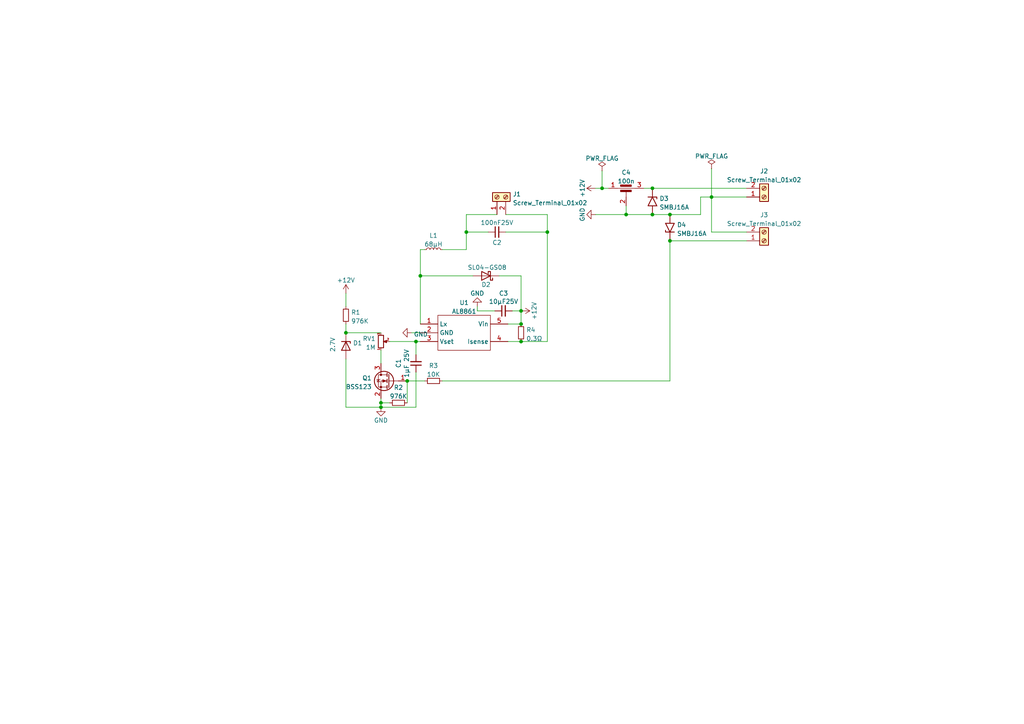
<source format=kicad_sch>
(kicad_sch (version 20211123) (generator eeschema)
  (paper "A4")
  (lib_symbols
    (symbol "Connector:Screw_Terminal_01x02" (pin_names (offset 1.016) hide)
      (property "Reference" "J" (at 0 2.54 0))
      (property "Value" "Screw_Terminal_01x02" (at 0 -5.08 0))
      (symbol "Screw_Terminal_01x02_1_1"
        (rectangle (start -1.27 1.27) (end 1.27 -3.81) (stroke (width 0.254)) (fill (type background)))
        (circle (center 0 -2.54) (radius 0.635) (stroke (width 0.1524)))
        (polyline (pts (xy -0.5334 -2.2098) (xy 0.3302 -3.048)) (stroke (width 0.1524)))
        (polyline (pts (xy -0.5334 0.3302) (xy 0.3302 -0.508)) (stroke (width 0.1524)))
        (polyline (pts (xy -0.3556 -2.032) (xy 0.508 -2.8702)) (stroke (width 0.1524)))
        (polyline (pts (xy -0.3556 0.508) (xy 0.508 -0.3302)) (stroke (width 0.1524)))
        (circle (center 0 0) (radius 0.635) (stroke (width 0.1524)))
        (pin passive line (at -5.08 0 0) (length 3.81) (name "Pin_1") (number "1"))
        (pin passive line (at -5.08 -2.54 0) (length 3.81) (name "Pin_2") (number "2"))
      )
    )
    (symbol "Device:C_Small" (pin_numbers hide) (pin_names (offset 0.254) hide)
      (property "Reference" "C" (at 0.254 1.778 0))
      (property "Value" "C_Small" (at 0.254 -2.032 0))
      (symbol "C_Small_0_1"
        (polyline (pts (xy -1.524 -0.508) (xy 1.524 -0.508)) (stroke (width 0.3302)))
        (polyline (pts (xy -1.524 0.508) (xy 1.524 0.508)) (stroke (width 0.3048)))
      )
      (symbol "C_Small_1_1"
        (pin passive line (at 0 2.54 270) (length 2.032) (name "~") (number "1"))
        (pin passive line (at 0 -2.54 90) (length 2.032) (name "~") (number "2"))
      )
    )
    (symbol "Device:D_Schottky" (pin_numbers hide) (pin_names (offset 1.016) hide)
      (property "Reference" "D" (at 0 2.54 0))
      (property "Value" "D_Schottky" (at 0 -2.54 0))
      (symbol "D_Schottky_0_1"
        (polyline (pts (xy 1.27 0) (xy -1.27 0)))
        (polyline (pts (xy 1.27 1.27) (xy 1.27 -1.27) (xy -1.27 0) (xy 1.27 1.27)) (stroke (width 0.254)))
        (polyline (pts (xy -1.905 0.635) (xy -1.905 1.27) (xy -1.27 1.27) (xy -1.27 -1.27) (xy -0.635 -1.27) (xy -0.635 -0.635)) (stroke (width 0.254)))
      )
      (symbol "D_Schottky_1_1"
        (pin passive line (at -3.81 0 0) (length 2.54) (name "K") (number "1"))
        (pin passive line (at 3.81 0 180) (length 2.54) (name "A") (number "2"))
      )
    )
    (symbol "Device:D_Zener" (pin_numbers hide) (pin_names (offset 1.016) hide)
      (property "Reference" "D" (at 0 2.54 0))
      (property "Value" "D_Zener" (at 0 -2.54 0))
      (symbol "D_Zener_0_1"
        (polyline (pts (xy 1.27 0) (xy -1.27 0)))
        (polyline (pts (xy -1.27 -1.27) (xy -1.27 1.27) (xy -0.762 1.27)) (stroke (width 0.254)))
        (polyline (pts (xy 1.27 -1.27) (xy 1.27 1.27) (xy -1.27 0) (xy 1.27 -1.27)) (stroke (width 0.254)))
      )
      (symbol "D_Zener_1_1"
        (pin passive line (at -3.81 0 0) (length 2.54) (name "K") (number "1"))
        (pin passive line (at 3.81 0 180) (length 2.54) (name "A") (number "2"))
      )
    )
    (symbol "Device:Filter_EMI_C" (pin_names (offset 0.254) hide)
      (property "Reference" "C" (at 0 7.62 0))
      (property "Value" "Filter_EMI_C" (at 0 5.715 0))
      (symbol "Filter_EMI_C_0_1"
        (rectangle (start -1.651 1.524) (end 1.524 2.032) (fill (type outline)))
        (polyline (pts (xy -2.54 2.54) (xy 2.54 2.54)))
        (polyline (pts (xy 0 0) (xy 0 1.778)))
        (rectangle (start 1.524 3.048) (end -1.651 3.556) (fill (type outline)))
      )
      (symbol "Filter_EMI_C_1_1"
        (pin passive line (at -5.08 2.54 0) (length 2.54) (name "1") (number "1"))
        (pin passive line (at 0 -2.54 90) (length 2.54) (name "2") (number "2"))
        (pin passive line (at 5.08 2.54 180) (length 2.54) (name "3") (number "3"))
      )
    )
    (symbol "Device:L_Small" (pin_numbers hide) (pin_names (offset 0.254) hide)
      (property "Reference" "L" (at 0.762 1.016 0))
      (property "Value" "L_Small" (at 0.762 -1.016 0))
      (symbol "L_Small_0_1"
        (arc (start 0 -2.032) (mid 0.508 -1.524) (end 0 -1.016))
        (arc (start 0 -1.016) (mid 0.508 -0.508) (end 0 0))
        (arc (start 0 0) (mid 0.508 0.508) (end 0 1.016))
        (arc (start 0 1.016) (mid 0.508 1.524) (end 0 2.032))
      )
      (symbol "L_Small_1_1"
        (pin passive line (at 0 2.54 270) (length 0.508) (name "~") (number "1"))
        (pin passive line (at 0 -2.54 90) (length 0.508) (name "~") (number "2"))
      )
    )
    (symbol "Device:Q_NMOS_GSD" (pin_names (offset 0) hide)
      (property "Reference" "Q" (at 5.08 1.27 0))
      (property "Value" "Q_NMOS_GSD" (at 5.08 -1.27 0))
      (symbol "Q_NMOS_GSD_0_1"
        (polyline (pts (xy 0.254 0) (xy -2.54 0)))
        (polyline (pts (xy 0.254 1.905) (xy 0.254 -1.905)) (stroke (width 0.254)))
        (polyline (pts (xy 0.762 -1.27) (xy 0.762 -2.286)) (stroke (width 0.254)))
        (polyline (pts (xy 0.762 0.508) (xy 0.762 -0.508)) (stroke (width 0.254)))
        (polyline (pts (xy 0.762 2.286) (xy 0.762 1.27)) (stroke (width 0.254)))
        (polyline (pts (xy 2.54 2.54) (xy 2.54 1.778)))
        (polyline (pts (xy 2.54 -2.54) (xy 2.54 0) (xy 0.762 0)))
        (polyline (pts (xy 0.762 -1.778) (xy 3.302 -1.778) (xy 3.302 1.778) (xy 0.762 1.778)))
        (polyline (pts (xy 1.016 0) (xy 2.032 0.381) (xy 2.032 -0.381) (xy 1.016 0)) (fill (type outline)))
        (polyline (pts (xy 2.794 0.508) (xy 2.921 0.381) (xy 3.683 0.381) (xy 3.81 0.254)))
        (polyline (pts (xy 3.302 0.381) (xy 2.921 -0.254) (xy 3.683 -0.254) (xy 3.302 0.381)))
        (circle (center 1.651 0) (radius 2.794) (stroke (width 0.254)))
        (circle (center 2.54 -1.778) (radius 0.254) (fill (type outline)))
        (circle (center 2.54 1.778) (radius 0.254) (fill (type outline)))
      )
      (symbol "Q_NMOS_GSD_1_1"
        (pin input line (at -5.08 0 0) (length 2.54) (name "G") (number "1"))
        (pin passive line (at 2.54 -5.08 90) (length 2.54) (name "S") (number "2"))
        (pin passive line (at 2.54 5.08 270) (length 2.54) (name "D") (number "3"))
      )
    )
    (symbol "Device:R_Potentiometer_Small" (pin_names (offset 1.016) hide)
      (property "Reference" "RV" (at -4.445 0 90))
      (property "Value" "R_Potentiometer_Small" (at -2.54 0 90))
      (symbol "R_Potentiometer_Small_0_1"
        (polyline (pts (xy 0.889 0) (xy 0.635 0) (xy 1.651 0.381) (xy 1.651 -0.381) (xy 0.635 0) (xy 0.889 0)) (fill (type outline)))
        (rectangle (start 0.762 1.8034) (end -0.762 -1.8034) (stroke (width 0.254)))
      )
      (symbol "R_Potentiometer_Small_1_1"
        (pin passive line (at 0 2.54 270) (length 0.635) (name "1") (number "1"))
        (pin passive line (at 2.54 0 180) (length 0.9906) (name "2") (number "2"))
        (pin passive line (at 0 -2.54 90) (length 0.635) (name "3") (number "3"))
      )
    )
    (symbol "Device:R_Small" (pin_numbers hide) (pin_names (offset 0.254) hide)
      (property "Reference" "R" (at 0.762 0.508 0))
      (property "Value" "R_Small" (at 0.762 -1.016 0))
      (symbol "R_Small_0_1"
        (rectangle (start -0.762 1.778) (end 0.762 -1.778) (stroke (width 0.2032)))
      )
      (symbol "R_Small_1_1"
        (pin passive line (at 0 2.54 270) (length 0.762) (name "~") (number "1"))
        (pin passive line (at 0 -2.54 90) (length 0.762) (name "~") (number "2"))
      )
    )
    (symbol "Diode:1.5KExxA" (pin_numbers hide) (pin_names (offset 1.016) hide)
      (property "Reference" "D" (at 0 2.54 0))
      (property "Value" "1.5KExxA" (at 0 -2.54 0))
      (symbol "1.5KExxA_0_1"
        (polyline (pts (xy -0.762 1.27) (xy -1.27 1.27) (xy -1.27 -1.27)) (stroke (width 0.254)))
        (polyline (pts (xy 1.27 1.27) (xy 1.27 -1.27) (xy -1.27 0) (xy 1.27 1.27)) (stroke (width 0.254)))
      )
      (symbol "1.5KExxA_1_1"
        (pin passive line (at -3.81 0 0) (length 2.54) (name "A1") (number "1"))
        (pin passive line (at 3.81 0 180) (length 2.54) (name "A2") (number "2"))
      )
    )
    (symbol "power:+12V" (power) (pin_names (offset 0))
      (property "Value" "+12V" (at 0 3.556 0))
      (symbol "+12V_0_1"
        (polyline (pts (xy -0.762 1.27) (xy 0 2.54)))
        (polyline (pts (xy 0 0) (xy 0 2.54)))
        (polyline (pts (xy 0 2.54) (xy 0.762 1.27)))
      )
      (symbol "+12V_1_1"
        (pin power_in line (at 0 0 90) (length 0) hide (name "+12V") (number "1"))
      )
    )
    (symbol "power:GND" (power) (pin_names (offset 0))
      (property "Value" "GND" (at 0 -3.81 0))
      (symbol "GND_0_1"
        (polyline (pts (xy 0 0) (xy 0 -1.27) (xy 1.27 -1.27) (xy 0 -2.54) (xy -1.27 -1.27) (xy 0 -1.27)))
      )
      (symbol "GND_1_1"
        (pin power_in line (at 0 0 270) (length 0) hide (name "GND") (number "1"))
      )
    )
    (symbol "power:PWR_FLAG" (power) (pin_numbers hide) (pin_names (offset 0) hide)
      (property "Value" "PWR_FLAG" (at 0 3.81 0))
      (symbol "PWR_FLAG_0_0"
        (pin power_out line (at 0 0 90) (length 0) (name "pwr") (number "1"))
      )
      (symbol "PWR_FLAG_0_1"
        (polyline (pts (xy 0 0) (xy 0 1.27) (xy -1.016 1.905) (xy 0 2.54) (xy 1.016 1.905) (xy 0 1.27)))
      )
    )
    (symbol "regul-local:AL8861"
      (property "Reference" "U" (at 0 -6.35 0))
      (property "Value" "AL8861" (at 0 6.35 0))
      (symbol "AL8861_0_1"
        (rectangle (start -7.62 5.08) (end 7.62 -5.08) (stroke (width 0.1524)))
      )
      (symbol "AL8861_1_1"
        (pin input line (at -12.7 2.54 0) (length 5.08) (name "Lx") (number "1"))
        (pin power_in line (at -12.7 0 0) (length 5.08) (name "GND") (number "2"))
        (pin bidirectional line (at -12.7 -2.54 0) (length 5.08) (name "Vset") (number "3"))
        (pin bidirectional line (at 12.7 -2.54 180) (length 5.08) (name "Isense") (number "4"))
        (pin power_in line (at 12.7 2.54 180) (length 5.08) (name "Vin") (number "5"))
      )
    )
  )
  (junction (at 181.61 62.23))
  (junction (at 110.49 116.84))
  (junction (at 151.13 90.17))
  (junction (at 121.92 80.01))
  (junction (at 189.23 54.61))
  (junction (at 118.11 110.49))
  (junction (at 151.13 99.06))
  (junction (at 135.255 67.31))
  (junction (at 110.49 118.11))
  (junction (at 194.31 69.85))
  (junction (at 100.33 96.52))
  (junction (at 194.31 62.23))
  (junction (at 158.75 67.31))
  (junction (at 120.65 99.06))
  (junction (at 151.13 93.98))
  (junction (at 189.23 62.23))
  (junction (at 206.375 57.15))
  (junction (at 174.625 54.61))
  (wire (pts (xy 118.11 110.49) (xy 123.19 110.49)))
  (wire (pts (xy 203.2 62.23) (xy 203.2 57.15)))
  (wire (pts (xy 206.375 67.31) (xy 206.375 57.15)))
  (wire (pts (xy 158.75 99.06) (xy 151.13 99.06)))
  (wire (pts (xy 216.535 67.31) (xy 206.375 67.31)))
  (wire (pts (xy 121.92 80.01) (xy 137.16 80.01)))
  (wire (pts (xy 206.375 57.15) (xy 216.535 57.15)))
  (wire (pts (xy 110.49 116.84) (xy 110.49 118.11)))
  (wire (pts (xy 147.32 99.06) (xy 151.13 99.06)))
  (wire (pts (xy 135.255 67.31) (xy 135.255 72.39)))
  (wire (pts (xy 121.92 80.01) (xy 121.92 93.98)))
  (wire (pts (xy 194.31 69.85) (xy 216.535 69.85)))
  (wire (pts (xy 110.49 115.57) (xy 110.49 116.84)))
  (wire (pts (xy 143.51 90.17) (xy 138.43 90.17)))
  (wire (pts (xy 189.23 62.23) (xy 194.31 62.23)))
  (wire (pts (xy 158.75 62.23) (xy 158.75 67.31)))
  (wire (pts (xy 120.65 99.06) (xy 120.65 102.87)))
  (wire (pts (xy 135.255 62.23) (xy 135.255 67.31)))
  (wire (pts (xy 120.65 107.95) (xy 120.65 118.11)))
  (wire (pts (xy 141.605 67.31) (xy 135.255 67.31)))
  (wire (pts (xy 146.685 62.23) (xy 158.75 62.23)))
  (wire (pts (xy 174.625 54.61) (xy 176.53 54.61)))
  (wire (pts (xy 174.625 49.53) (xy 174.625 54.61)))
  (wire (pts (xy 119.38 96.52) (xy 121.92 96.52)))
  (wire (pts (xy 100.33 104.14) (xy 100.33 118.11)))
  (wire (pts (xy 147.32 93.98) (xy 151.13 93.98)))
  (wire (pts (xy 181.61 59.69) (xy 181.61 62.23)))
  (wire (pts (xy 110.49 118.11) (xy 120.65 118.11)))
  (wire (pts (xy 181.61 62.23) (xy 189.23 62.23)))
  (wire (pts (xy 146.685 67.31) (xy 158.75 67.31)))
  (wire (pts (xy 151.13 80.01) (xy 151.13 90.17)))
  (wire (pts (xy 100.33 85.09) (xy 100.33 88.9)))
  (wire (pts (xy 110.49 101.6) (xy 110.49 105.41)))
  (wire (pts (xy 148.59 90.17) (xy 151.13 90.17)))
  (wire (pts (xy 121.92 72.39) (xy 123.19 72.39)))
  (wire (pts (xy 172.72 62.23) (xy 181.61 62.23)))
  (wire (pts (xy 118.11 110.49) (xy 118.11 116.84)))
  (wire (pts (xy 110.49 116.84) (xy 113.03 116.84)))
  (wire (pts (xy 151.13 90.17) (xy 151.13 93.98)))
  (wire (pts (xy 194.31 62.23) (xy 203.2 62.23)))
  (wire (pts (xy 128.27 110.49) (xy 194.31 110.49)))
  (wire (pts (xy 203.2 57.15) (xy 206.375 57.15)))
  (wire (pts (xy 189.23 54.61) (xy 216.535 54.61)))
  (wire (pts (xy 151.13 80.01) (xy 144.78 80.01)))
  (wire (pts (xy 121.92 72.39) (xy 121.92 80.01)))
  (wire (pts (xy 172.72 54.61) (xy 174.625 54.61)))
  (wire (pts (xy 128.27 72.39) (xy 135.255 72.39)))
  (wire (pts (xy 113.03 99.06) (xy 120.65 99.06)))
  (wire (pts (xy 110.49 96.52) (xy 100.33 96.52)))
  (wire (pts (xy 158.75 67.31) (xy 158.75 99.06)))
  (wire (pts (xy 186.69 54.61) (xy 189.23 54.61)))
  (wire (pts (xy 138.43 90.17) (xy 138.43 88.9)))
  (wire (pts (xy 100.33 93.98) (xy 100.33 96.52)))
  (wire (pts (xy 206.375 48.895) (xy 206.375 57.15)))
  (wire (pts (xy 110.49 118.11) (xy 100.33 118.11)))
  (wire (pts (xy 120.65 99.06) (xy 121.92 99.06)))
  (wire (pts (xy 194.31 110.49) (xy 194.31 69.85)))
  (wire (pts (xy 135.255 62.23) (xy 144.145 62.23)))
  (symbol (lib_id "power:+12V") (at 100.33 85.09 0) (unit 1)
    (property "Reference" "#PWR01" (effects hide))
    (property "Value" "+12V" (at 100.33 81.28 0))
  )
  (symbol (lib_id "Device:R_Small") (at 151.13 96.52 180) (unit 1)
    (property "Reference" "R4" (at 152.6286 95.6853 0) (effects (justify right)))
    (property "Value" "0.3Ω" (at 152.6286 98.2222 0) (effects (justify right)))
    (property "Footprint" "Resistor_SMD:R_1206_3216Metric_Pad1.30x1.75mm_HandSolder" (effects hide))
    (property "P/N" "MFHA1206R3000FC (M)" (effects hide))
  )
  (symbol (lib_id "Device:C_Small") (at 146.05 90.17 90) (unit 1)
    (property "Reference" "C3" (at 146.05 85.09 90))
    (property "Value" "10µF25V" (at 146.0563 87.445 90))
    (property "Footprint" "Capacitor_SMD:C_1210_3225Metric_Pad1.33x2.70mm_HandSolder" (effects hide))
    (property "P/N" "GCM32ER71E106KA57L (stock)" (effects hide))
  )
  (symbol (lib_id "Connector:Screw_Terminal_01x02") (at 221.615 69.85 0) (mirror x) (unit 1)
    (property "Reference" "J3" (at 221.615 62.3402 0))
    (property "Value" "Screw_Terminal_01x02" (at 221.615 64.8771 0))
    (property "Footprint" "local:amphenol_TZ02" (effects hide))
    (property "P/N" "TZ022101B000G " (effects hide))
  )
  (symbol (lib_id "power:GND") (at 138.43 88.9 180) (unit 1)
    (property "Reference" "#PWR04" (effects hide))
    (property "Value" "GND" (at 138.43 85.09 0))
  )
  (symbol (lib_id "Device:R_Potentiometer_Small") (at 110.49 99.06 0) (mirror x) (unit 1)
    (property "Reference" "RV1" (at 108.9661 98.2253 0) (effects (justify right)))
    (property "Value" "1M" (at 108.9661 100.7622 0) (effects (justify right)))
    (property "Footprint" "Potentiometer_THT:Potentiometer_Piher_PT-10-V10_Vertical" (effects hide))
    (property "P/N" "pt10lv10-105a2020-s (F)" (effects hide))
  )
  (symbol (lib_id "Device:L_Small") (at 125.73 72.39 90) (unit 1)
    (property "Reference" "L1" (at 125.73 68.3092 90))
    (property "Value" "68µH" (at 125.73 70.8461 90))
    (property "Footprint" "Inductor_SMD:L_Taiyo-Yuden_NR-80xx_HandSoldering" (effects hide))
    (property "P/N" "NR8040T680M (M)" (effects hide))
  )
  (symbol (lib_id "Device:D_Zener") (at 100.33 100.33 270) (unit 1)
    (property "Reference" "D1" (at 102.362 99.4953 90) (effects (justify left)))
    (property "Value" "2.7V" (at 96.52 97.79 0) (effects (justify left)))
    (property "Footprint" "Diode_SMD:D_MiniMELF_Handsoldering" (effects hide))
    (property "P/N" " ZMM5223B (M)" (effects hide))
  )
  (symbol (lib_id "power:GND") (at 119.38 96.52 270) (unit 1)
    (property "Reference" "#PWR03" (effects hide))
    (property "Value" "GND" (at 120.015 96.9538 90) (effects (justify left)))
  )
  (symbol (lib_id "Device:C_Small") (at 120.65 105.41 180) (unit 1)
    (property "Reference" "C1" (at 115.57 105.41 90))
    (property "Value" "1µF 25V" (at 117.925 105.4037 90))
    (property "Footprint" "Capacitor_SMD:C_0805_2012Metric_Pad1.18x1.45mm_HandSolder" (effects hide))
    (property "P/N" "08053C105KAT9A (stock)" (effects hide))
  )
  (symbol (lib_id "power:PWR_FLAG") (at 206.375 48.895 0) (unit 1)
    (property "Reference" "#FLG02" (effects hide))
    (property "Value" "PWR_FLAG" (at 206.375 45.3192 0))
  )
  (symbol (lib_id "Device:R_Small") (at 100.33 91.44 0) (unit 1)
    (property "Reference" "R1" (at 101.8286 90.6053 0) (effects (justify left)))
    (property "Value" "976K" (at 101.8286 93.1422 0) (effects (justify left)))
    (property "Footprint" "Resistor_SMD:R_0603_1608Metric_Pad0.98x0.95mm_HandSolder" (effects hide))
    (property "P/N" "stock" (effects hide))
  )
  (symbol (lib_id "Device:C_Small") (at 144.145 67.31 90) (unit 1)
    (property "Reference" "C2" (at 144.145 70.358 90))
    (property "Value" "100nF25V" (at 144.1513 64.585 90))
    (property "Footprint" "Capacitor_SMD:C_0603_1608Metric_Pad1.08x0.95mm_HandSolder" (effects hide))
    (property "P/N" "GCM32ER71E106KA57L (stock)" (effects hide))
  )
  (symbol (lib_id "power:+12V") (at 172.72 54.61 90) (unit 1)
    (property "Reference" "#PWR06" (effects hide))
    (property "Value" "+12V" (at 168.91 54.61 0))
  )
  (symbol (lib_id "Diode:1.5KExxA") (at 189.23 58.42 270) (unit 1)
    (property "Reference" "D3" (at 191.262 57.5853 90) (effects (justify left)))
    (property "Value" "SMBJ16A" (at 191.262 60.1222 90) (effects (justify left)))
    (property "Footprint" "Diode_SMD:D_SMB_Handsoldering" (effects hide))
    (property "P/N" " SMBJ16Ae3/TR13 (M)" (effects hide))
  )
  (symbol (lib_id "Connector:Screw_Terminal_01x02") (at 221.615 57.15 0) (mirror x) (unit 1)
    (property "Reference" "J2" (at 221.615 49.6402 0))
    (property "Value" "Screw_Terminal_01x02" (at 221.615 52.1771 0))
    (property "Footprint" "local:amphenol_TZ02" (effects hide))
    (property "P/N" "TZ022101B000G " (effects hide))
  )
  (symbol (lib_id "Device:Q_NMOS_GSD") (at 113.03 110.49 0) (mirror y) (unit 1)
    (property "Reference" "Q1" (at 107.8231 109.6553 0) (effects (justify left)))
    (property "Value" "BSS123" (at 107.8231 112.1922 0) (effects (justify left)))
    (property "Footprint" "Package_TO_SOT_SMD:SOT-23" (effects hide))
    (property "P/N" "BSS123 (stock)" (effects hide))
  )
  (symbol (lib_id "regul-local:AL8861") (at 134.62 96.52 0) (unit 1)
    (property "Reference" "U1" (at 134.62 87.791 0))
    (property "Value" "AL8861" (at 134.62 90.3279 0))
    (property "Footprint" "Package_TO_SOT_SMD:TSOT-23-5_HandSoldering" (effects hide))
    (property "P/N" "AL8861WT-7 (M)" (effects hide))
  )
  (symbol (lib_id "Diode:1.5KExxA") (at 194.31 66.04 90) (unit 1)
    (property "Reference" "D4" (at 196.342 65.2053 90) (effects (justify right)))
    (property "Value" "SMBJ16A" (at 196.342 67.7422 90) (effects (justify right)))
    (property "Footprint" "Diode_SMD:D_SMB_Handsoldering" (effects hide))
    (property "P/N" " SMBJ16Ae3/TR13 (M)" (effects hide))
  )
  (symbol (lib_id "Connector:Screw_Terminal_01x02") (at 144.145 57.15 90) (unit 1)
    (property "Reference" "J1" (at 148.717 56.3153 90) (effects (justify right)))
    (property "Value" "Screw_Terminal_01x02" (at 148.717 58.8522 90) (effects (justify right)))
    (property "Footprint" "local:amphenol_TZ02" (effects hide))
    (property "P/N" "TZ022101B000G " (effects hide))
  )
  (symbol (lib_id "Device:R_Small") (at 115.57 116.84 270) (unit 1)
    (property "Reference" "R2" (at 115.57 112.4036 90))
    (property "Value" "976K" (at 115.57 114.9405 90))
    (property "Footprint" "Resistor_SMD:R_0603_1608Metric_Pad0.98x0.95mm_HandSolder" (effects hide))
    (property "P/N" "stock" (effects hide))
  )
  (symbol (lib_id "power:GND") (at 172.72 62.23 270) (unit 1)
    (property "Reference" "#PWR07" (effects hide))
    (property "Value" "GND" (at 168.91 62.23 0))
  )
  (symbol (lib_id "Device:D_Schottky") (at 140.97 80.01 180) (unit 1)
    (property "Reference" "D2" (at 140.97 82.55 0))
    (property "Value" "SL04-GS08" (at 141.2875 77.5771 0))
    (property "Footprint" "Diode_SMD:D_SMF" (effects hide))
    (property "P/N" "SL04-GS08 (stock)" (effects hide))
  )
  (symbol (lib_id "Device:R_Small") (at 125.73 110.49 270) (unit 1)
    (property "Reference" "R3" (at 125.73 106.0536 90))
    (property "Value" "10K" (at 125.73 108.5905 90))
    (property "Footprint" "Resistor_SMD:R_0805_2012Metric_Pad1.20x1.40mm_HandSolder" (effects hide))
    (property "P/N" "stock" (effects hide))
  )
  (symbol (lib_id "power:PWR_FLAG") (at 174.625 49.53 0) (unit 1)
    (property "Reference" "#FLG01" (effects hide))
    (property "Value" "PWR_FLAG" (at 174.625 45.9542 0))
  )
  (symbol (lib_id "Device:Filter_EMI_C") (at 181.61 57.15 0) (unit 1)
    (property "Reference" "C4" (at 181.61 50.0212 0))
    (property "Value" "100n" (at 181.61 52.5581 0))
    (property "Footprint" "local:C_filter_0805" (effects hide))
    (property "P/N" "NFM21PC104R1E3D (M)" (effects hide))
  )
  (symbol (lib_id "power:+12V") (at 151.13 90.17 270) (unit 1)
    (property "Reference" "#PWR05" (effects hide))
    (property "Value" "+12V" (at 154.94 90.17 0))
  )
  (symbol (lib_id "power:GND") (at 110.49 118.11 0) (unit 1)
    (property "Reference" "#PWR02" (effects hide))
    (property "Value" "GND" (at 110.49 121.92 0))
  )
)
</source>
